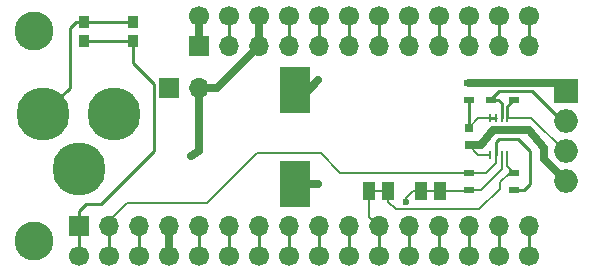
<source format=gbr>
G04 #@! TF.FileFunction,Copper,L1,Top,Signal*
%FSLAX46Y46*%
G04 Gerber Fmt 4.6, Leading zero omitted, Abs format (unit mm)*
G04 Created by KiCad (PCBNEW 4.0.7) date 06/24/18 16:56:01*
%MOMM*%
%LPD*%
G01*
G04 APERTURE LIST*
%ADD10C,0.100000*%
%ADD11C,4.500000*%
%ADD12O,1.998980X1.998980*%
%ADD13R,1.998980X1.998980*%
%ADD14R,1.700000X1.700000*%
%ADD15O,1.700000X1.700000*%
%ADD16R,0.250000X0.750000*%
%ADD17R,0.750000X0.800000*%
%ADD18R,0.900000X0.500000*%
%ADD19R,2.500000X4.000000*%
%ADD20R,0.900000X1.000000*%
%ADD21C,3.302000*%
%ADD22C,1.700000*%
%ADD23R,1.000000X1.500000*%
%ADD24R,0.700000X0.200000*%
%ADD25C,0.600000*%
%ADD26C,0.250000*%
%ADD27C,0.203200*%
%ADD28C,0.635000*%
G04 APERTURE END LIST*
D10*
D11*
X44935140Y-37465000D03*
X38935660Y-37465000D03*
X41935400Y-42164000D03*
D12*
X83185000Y-43180000D03*
D13*
X83185000Y-35560000D03*
D12*
X83185000Y-38100000D03*
X83185000Y-40640000D03*
D14*
X41910000Y-46990000D03*
D15*
X44450000Y-46990000D03*
X46990000Y-46990000D03*
X49530000Y-46990000D03*
X52070000Y-46990000D03*
X54610000Y-46990000D03*
X57150000Y-46990000D03*
X59690000Y-46990000D03*
X62230000Y-46990000D03*
X64770000Y-46990000D03*
X67310000Y-46990000D03*
X69850000Y-46990000D03*
X72390000Y-46990000D03*
X74930000Y-46990000D03*
X77470000Y-46990000D03*
X80010000Y-46990000D03*
D14*
X52070000Y-31750000D03*
D15*
X54610000Y-31750000D03*
X57150000Y-31750000D03*
X59690000Y-31750000D03*
X62230000Y-31750000D03*
X64770000Y-31750000D03*
X67310000Y-31750000D03*
X69850000Y-31750000D03*
X72390000Y-31750000D03*
X74930000Y-31750000D03*
X77470000Y-31750000D03*
X80010000Y-31750000D03*
D16*
X76720000Y-40920000D03*
X77220000Y-40920000D03*
X77720000Y-40920000D03*
X78220000Y-40920000D03*
X78220000Y-37820000D03*
X77720000Y-37820000D03*
X77220000Y-37820000D03*
X76720000Y-37820000D03*
D17*
X74930000Y-38620000D03*
X74930000Y-40120000D03*
D18*
X74930000Y-36310000D03*
X74930000Y-34810000D03*
X78740000Y-42430000D03*
X78740000Y-43930000D03*
X74930000Y-42430000D03*
X74930000Y-43930000D03*
X76835000Y-36310000D03*
X76835000Y-34810000D03*
X78740000Y-36310000D03*
X78740000Y-34810000D03*
D19*
X60200000Y-35400000D03*
X60200000Y-43400000D03*
D20*
X46500000Y-31280000D03*
X46500000Y-29680000D03*
X42400000Y-31280000D03*
X42400000Y-29680000D03*
D14*
X49530000Y-35306000D03*
D15*
X52070000Y-35306000D03*
D21*
X38100000Y-48260000D03*
X38100000Y-30480000D03*
D22*
X41910000Y-49530000D03*
X44450000Y-49530000D03*
X46990000Y-49530000D03*
X49530000Y-49530000D03*
X52070000Y-49530000D03*
X54610000Y-49530000D03*
X57150000Y-49530000D03*
X59690000Y-49530000D03*
X62230000Y-49530000D03*
X64770000Y-49530000D03*
X67310000Y-49530000D03*
X69850000Y-49530000D03*
X72390000Y-49530000D03*
X74930000Y-49530000D03*
X77470000Y-49530000D03*
X80010000Y-49530000D03*
X80010000Y-29210000D03*
X77470000Y-29210000D03*
X74930000Y-29210000D03*
X72390000Y-29210000D03*
X69850000Y-29210000D03*
X67310000Y-29210000D03*
X64770000Y-29210000D03*
X62230000Y-29210000D03*
X59690000Y-29210000D03*
X57150000Y-29210000D03*
X54610000Y-29210000D03*
X52070000Y-29210000D03*
D23*
X70900000Y-44000000D03*
X72500000Y-44000000D03*
D24*
X71700000Y-44000000D03*
D23*
X66500000Y-44000000D03*
X68100000Y-44000000D03*
D24*
X67300000Y-44000000D03*
D25*
X62200000Y-43400000D03*
X51435000Y-41021000D03*
X62200000Y-34600000D03*
X69650000Y-44900000D03*
D26*
X46990000Y-46990000D02*
X46990000Y-49530000D01*
X52070000Y-46990000D02*
X52070000Y-49530000D01*
X54610000Y-46990000D02*
X54610000Y-49530000D01*
X57150000Y-46990000D02*
X57150000Y-49530000D01*
X59690000Y-46990000D02*
X59690000Y-49530000D01*
X62230000Y-46990000D02*
X62230000Y-49530000D01*
X64770000Y-46990000D02*
X64770000Y-49530000D01*
X72390000Y-46990000D02*
X72390000Y-49530000D01*
X74930000Y-46990000D02*
X74930000Y-49530000D01*
X77470000Y-46990000D02*
X77470000Y-49530000D01*
X80010000Y-46990000D02*
X80010000Y-49530000D01*
X54610000Y-29210000D02*
X54610000Y-31750000D01*
X59690000Y-29210000D02*
X59690000Y-31750000D01*
X62230000Y-29210000D02*
X62230000Y-31750000D01*
X64770000Y-29210000D02*
X64770000Y-31750000D01*
X67310000Y-29210000D02*
X67310000Y-31750000D01*
X69850000Y-29210000D02*
X69850000Y-31750000D01*
X72390000Y-29210000D02*
X72390000Y-31750000D01*
X74930000Y-29210000D02*
X74930000Y-31750000D01*
X77470000Y-29210000D02*
X77470000Y-31750000D01*
X80010000Y-29210000D02*
X80010000Y-31750000D01*
X77220000Y-37820000D02*
X76720000Y-37820000D01*
X74930000Y-36310000D02*
X74930000Y-38620000D01*
D27*
X76720000Y-37820000D02*
X75730000Y-37820000D01*
X75730000Y-37820000D02*
X74930000Y-38620000D01*
D28*
X60200000Y-43400000D02*
X62200000Y-43400000D01*
X49530000Y-46990000D02*
X49530000Y-49530000D01*
D26*
X46500000Y-29680000D02*
X42400000Y-29680000D01*
X42400000Y-29680000D02*
X42362000Y-29718000D01*
X42362000Y-29718000D02*
X41656000Y-29718000D01*
X41656000Y-29718000D02*
X41148000Y-30226000D01*
X41148000Y-30226000D02*
X41148000Y-35252660D01*
X41148000Y-35252660D02*
X38935660Y-37465000D01*
D28*
X74930000Y-40120000D02*
X75958000Y-40120000D01*
X81280000Y-41275000D02*
X83185000Y-43180000D01*
X81280000Y-40386000D02*
X81280000Y-41275000D01*
X80010000Y-38862000D02*
X81280000Y-40386000D01*
X76962000Y-38862000D02*
X80010000Y-38862000D01*
X75958000Y-40120000D02*
X76962000Y-38862000D01*
D27*
X76720000Y-40920000D02*
X75730000Y-40920000D01*
X75730000Y-40920000D02*
X74930000Y-40120000D01*
X44450000Y-46990000D02*
X44450000Y-46550000D01*
X44450000Y-46550000D02*
X46000000Y-45000000D01*
X64030000Y-42430000D02*
X74930000Y-42430000D01*
X62400000Y-40800000D02*
X64030000Y-42430000D01*
X57000000Y-40800000D02*
X62400000Y-40800000D01*
X52800000Y-45000000D02*
X57000000Y-40800000D01*
X46000000Y-45000000D02*
X52800000Y-45000000D01*
D26*
X77220000Y-40920000D02*
X77220000Y-39874000D01*
X79641000Y-43930000D02*
X78740000Y-43930000D01*
X80137000Y-43434000D02*
X79641000Y-43930000D01*
X80137000Y-40640000D02*
X80137000Y-43434000D01*
X79121000Y-39624000D02*
X80137000Y-40640000D01*
X77470000Y-39624000D02*
X79121000Y-39624000D01*
X77220000Y-39874000D02*
X77470000Y-39624000D01*
X74930000Y-42430000D02*
X75196000Y-42430000D01*
X44450000Y-46990000D02*
X44450000Y-49530000D01*
D27*
X77220000Y-40920000D02*
X77220000Y-41652000D01*
X77220000Y-41652000D02*
X76442000Y-42430000D01*
X76442000Y-42430000D02*
X74930000Y-42430000D01*
X74930000Y-42430000D02*
X74630000Y-42430000D01*
D26*
X76835000Y-36310000D02*
X76835000Y-36195000D01*
X76835000Y-36195000D02*
X77470000Y-35560000D01*
X80264000Y-35560000D02*
X82804000Y-38100000D01*
X77470000Y-35560000D02*
X80264000Y-35560000D01*
X82804000Y-38100000D02*
X83185000Y-38100000D01*
X77720000Y-37820000D02*
X77720000Y-36580000D01*
X77450000Y-36310000D02*
X76835000Y-36310000D01*
X77720000Y-36580000D02*
X77450000Y-36310000D01*
D27*
X83185000Y-40640000D02*
X83058000Y-40640000D01*
X83058000Y-40640000D02*
X80238000Y-37820000D01*
X80238000Y-37820000D02*
X78220000Y-37820000D01*
D26*
X78220000Y-37820000D02*
X78220000Y-36830000D01*
X78220000Y-36830000D02*
X78740000Y-36310000D01*
X41910000Y-49530000D02*
X41910000Y-46990000D01*
X46500000Y-31280000D02*
X46500000Y-33165000D01*
X41910000Y-45720000D02*
X41910000Y-46990000D01*
X42545000Y-45085000D02*
X41910000Y-45720000D01*
X43815000Y-45085000D02*
X42545000Y-45085000D01*
X48260000Y-40640000D02*
X43815000Y-45085000D01*
X48260000Y-34925000D02*
X48260000Y-40640000D01*
X46500000Y-33165000D02*
X48260000Y-34925000D01*
X46500000Y-31280000D02*
X42400000Y-31280000D01*
D27*
X68100000Y-44000000D02*
X68100000Y-44900000D01*
X77600000Y-43250000D02*
X78420000Y-42430000D01*
X77600000Y-43800000D02*
X77600000Y-43250000D01*
X75850000Y-45550000D02*
X77600000Y-43800000D01*
X68750000Y-45550000D02*
X75850000Y-45550000D01*
X68100000Y-44900000D02*
X68750000Y-45550000D01*
X78420000Y-42430000D02*
X78740000Y-42430000D01*
X78728000Y-42430000D02*
X78740000Y-42430000D01*
X78220000Y-40920000D02*
X78220000Y-41910000D01*
X78220000Y-41910000D02*
X78740000Y-42430000D01*
X72500000Y-44000000D02*
X74860000Y-44000000D01*
X74860000Y-44000000D02*
X74930000Y-43930000D01*
X74930000Y-43930000D02*
X74570000Y-43930000D01*
X77720000Y-40920000D02*
X77720000Y-42168000D01*
X75958000Y-43930000D02*
X74930000Y-43930000D01*
X77720000Y-42168000D02*
X75958000Y-43930000D01*
D28*
X52070000Y-31750000D02*
X52070000Y-29210000D01*
X52070000Y-40640000D02*
X52070000Y-35306000D01*
X51435000Y-41021000D02*
X52070000Y-40640000D01*
X52070000Y-35306000D02*
X53594000Y-35306000D01*
X53594000Y-35306000D02*
X57150000Y-31750000D01*
X57150000Y-29210000D02*
X57150000Y-31750000D01*
X62200000Y-34600000D02*
X61400000Y-35400000D01*
X61400000Y-35400000D02*
X60200000Y-35400000D01*
D26*
X78740000Y-34810000D02*
X76835000Y-34810000D01*
D28*
X78740000Y-34810000D02*
X82435000Y-34810000D01*
D26*
X82435000Y-34810000D02*
X83185000Y-35560000D01*
X83185000Y-35560000D02*
X82804000Y-35560000D01*
X82804000Y-35560000D02*
X82054000Y-34810000D01*
X82054000Y-34810000D02*
X78740000Y-34810000D01*
D28*
X78740000Y-34810000D02*
X74930000Y-34810000D01*
D27*
X66500000Y-44000000D02*
X66500000Y-45150000D01*
X66500000Y-45150000D02*
X66500000Y-46180000D01*
X66500000Y-46180000D02*
X67310000Y-46990000D01*
D26*
X67400000Y-46900000D02*
X67310000Y-46990000D01*
X67310000Y-46990000D02*
X67310000Y-49530000D01*
D27*
X70900000Y-44000000D02*
X70200000Y-44000000D01*
X69650000Y-44550000D02*
X69650000Y-44900000D01*
X70200000Y-44000000D02*
X69650000Y-44550000D01*
X70900000Y-44000000D02*
X70800000Y-44000000D01*
D26*
X69850000Y-46990000D02*
X69850000Y-49530000D01*
M02*

</source>
